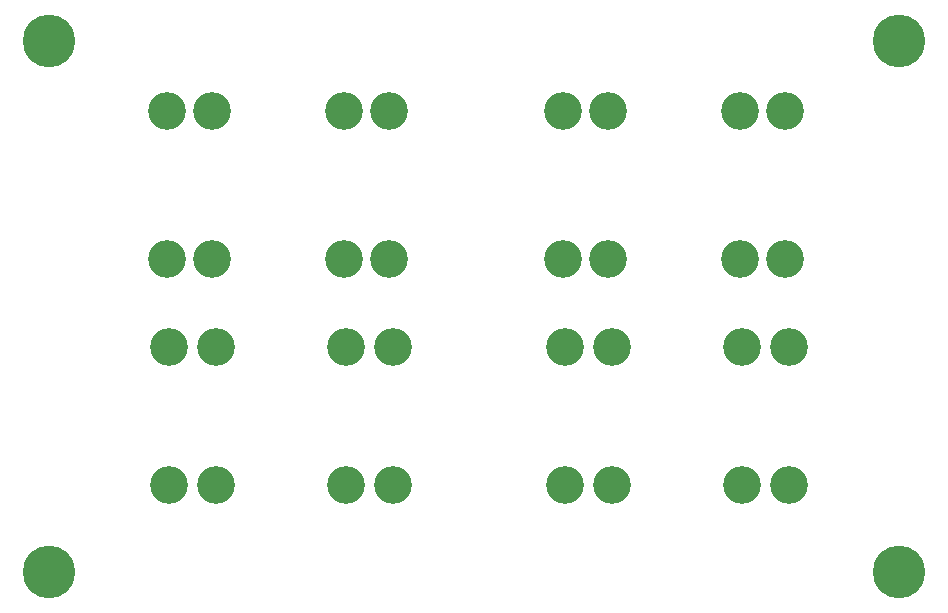
<source format=gbr>
G04 #@! TF.FileFunction,Soldermask,Bot*
%FSLAX46Y46*%
G04 Gerber Fmt 4.6, Leading zero omitted, Abs format (unit mm)*
G04 Created by KiCad (PCBNEW 4.0.7) date 03/15/18 11:45:02*
%MOMM*%
%LPD*%
G01*
G04 APERTURE LIST*
%ADD10C,0.100000*%
%ADD11C,4.464000*%
%ADD12C,3.200000*%
G04 APERTURE END LIST*
D10*
D11*
X185500000Y-144500000D03*
X113500000Y-144500000D03*
X113500000Y-99500000D03*
D12*
X123649200Y-137120800D03*
X127649200Y-137120800D03*
X123649200Y-125440800D03*
X127649200Y-125440800D03*
X138649200Y-125440800D03*
X142649200Y-125440800D03*
X138649200Y-137120800D03*
X142649200Y-137120800D03*
X123494800Y-117957600D03*
X127294800Y-117957600D03*
X123494800Y-105457600D03*
X127294800Y-105457600D03*
X138494800Y-117957600D03*
X142294800Y-117957600D03*
X138494800Y-105457600D03*
X142294800Y-105457600D03*
X157177200Y-137120800D03*
X161177200Y-137120800D03*
X157177200Y-125440800D03*
X161177200Y-125440800D03*
X172177200Y-125440800D03*
X176177200Y-125440800D03*
X172177200Y-137120800D03*
X176177200Y-137120800D03*
X157022800Y-117957600D03*
X160822800Y-117957600D03*
X157022800Y-105457600D03*
X160822800Y-105457600D03*
X172022800Y-117957600D03*
X175822800Y-117957600D03*
X172022800Y-105457600D03*
X175822800Y-105457600D03*
D11*
X185500000Y-99500000D03*
M02*

</source>
